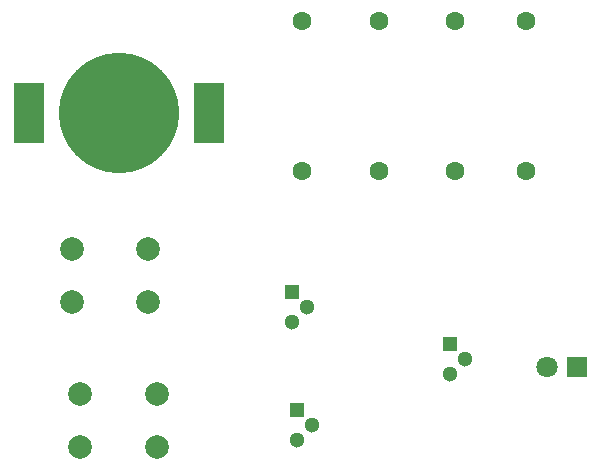
<source format=gbr>
%TF.GenerationSoftware,KiCad,Pcbnew,9.0.5*%
%TF.CreationDate,2025-10-25T12:16:36-07:00*%
%TF.ProjectId,1stproject,31737470-726f-46a6-9563-742e6b696361,rev?*%
%TF.SameCoordinates,Original*%
%TF.FileFunction,Soldermask,Bot*%
%TF.FilePolarity,Negative*%
%FSLAX46Y46*%
G04 Gerber Fmt 4.6, Leading zero omitted, Abs format (unit mm)*
G04 Created by KiCad (PCBNEW 9.0.5) date 2025-10-25 12:16:36*
%MOMM*%
%LPD*%
G01*
G04 APERTURE LIST*
%ADD10C,1.600000*%
%ADD11R,1.300000X1.300000*%
%ADD12C,1.300000*%
%ADD13C,2.000000*%
%ADD14R,1.800000X1.800000*%
%ADD15C,1.800000*%
%ADD16R,2.500000X5.100000*%
%ADD17C,10.200000*%
G04 APERTURE END LIST*
D10*
%TO.C,R2*%
X144500000Y-60225000D03*
X144500000Y-72925000D03*
%TD*%
%TO.C,R4*%
X125500000Y-60225000D03*
X125500000Y-72925000D03*
%TD*%
D11*
%TO.C,Q2*%
X125090000Y-93165000D03*
D12*
X126360000Y-94435000D03*
X125090000Y-95705000D03*
%TD*%
D11*
%TO.C,Q1*%
X124640000Y-83230000D03*
D12*
X125910000Y-84500000D03*
X124640000Y-85770000D03*
%TD*%
D10*
%TO.C,R1*%
X138500000Y-60225000D03*
X138500000Y-72925000D03*
%TD*%
D13*
%TO.C,SW2*%
X106750000Y-91825000D03*
X113250000Y-91825000D03*
X106750000Y-96325000D03*
X113250000Y-96325000D03*
%TD*%
%TO.C,SW1*%
X106000000Y-79575000D03*
X112500000Y-79575000D03*
X106000000Y-84075000D03*
X112500000Y-84075000D03*
%TD*%
D14*
%TO.C,D1*%
X148775000Y-89575000D03*
D15*
X146235000Y-89575000D03*
%TD*%
D10*
%TO.C,R3*%
X132000000Y-60225000D03*
X132000000Y-72925000D03*
%TD*%
D11*
%TO.C,Q3*%
X138000000Y-87575000D03*
D12*
X139270000Y-88845000D03*
X138000000Y-90115000D03*
%TD*%
D16*
%TO.C,BT1*%
X117600000Y-68075000D03*
X102400000Y-68075000D03*
D17*
X110000000Y-68075000D03*
%TD*%
M02*

</source>
